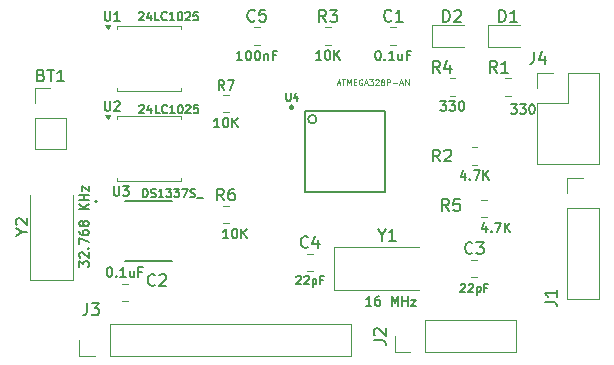
<source format=gto>
%TF.GenerationSoftware,KiCad,Pcbnew,8.0.5*%
%TF.CreationDate,2025-01-15T00:39:03+05:30*%
%TF.ProjectId,MCU_Datalogger,4d43555f-4461-4746-916c-6f676765722e,1*%
%TF.SameCoordinates,Original*%
%TF.FileFunction,Legend,Top*%
%TF.FilePolarity,Positive*%
%FSLAX46Y46*%
G04 Gerber Fmt 4.6, Leading zero omitted, Abs format (unit mm)*
G04 Created by KiCad (PCBNEW 8.0.5) date 2025-01-15 00:39:03*
%MOMM*%
%LPD*%
G01*
G04 APERTURE LIST*
%ADD10C,0.150000*%
%ADD11C,0.125000*%
%ADD12C,0.120000*%
%ADD13C,0.152400*%
%ADD14C,0.254000*%
%ADD15C,0.127000*%
%ADD16C,0.200000*%
G04 APERTURE END LIST*
D10*
X128119285Y-103011009D02*
X128262142Y-103058628D01*
X128262142Y-103058628D02*
X128309761Y-103106247D01*
X128309761Y-103106247D02*
X128357380Y-103201485D01*
X128357380Y-103201485D02*
X128357380Y-103344342D01*
X128357380Y-103344342D02*
X128309761Y-103439580D01*
X128309761Y-103439580D02*
X128262142Y-103487200D01*
X128262142Y-103487200D02*
X128166904Y-103534819D01*
X128166904Y-103534819D02*
X127785952Y-103534819D01*
X127785952Y-103534819D02*
X127785952Y-102534819D01*
X127785952Y-102534819D02*
X128119285Y-102534819D01*
X128119285Y-102534819D02*
X128214523Y-102582438D01*
X128214523Y-102582438D02*
X128262142Y-102630057D01*
X128262142Y-102630057D02*
X128309761Y-102725295D01*
X128309761Y-102725295D02*
X128309761Y-102820533D01*
X128309761Y-102820533D02*
X128262142Y-102915771D01*
X128262142Y-102915771D02*
X128214523Y-102963390D01*
X128214523Y-102963390D02*
X128119285Y-103011009D01*
X128119285Y-103011009D02*
X127785952Y-103011009D01*
X128643095Y-102534819D02*
X129214523Y-102534819D01*
X128928809Y-103534819D02*
X128928809Y-102534819D01*
X130071666Y-103534819D02*
X129500238Y-103534819D01*
X129785952Y-103534819D02*
X129785952Y-102534819D01*
X129785952Y-102534819D02*
X129690714Y-102677676D01*
X129690714Y-102677676D02*
X129595476Y-102772914D01*
X129595476Y-102772914D02*
X129500238Y-102820533D01*
X133502476Y-105226295D02*
X133502476Y-105873914D01*
X133502476Y-105873914D02*
X133540571Y-105950104D01*
X133540571Y-105950104D02*
X133578666Y-105988200D01*
X133578666Y-105988200D02*
X133654857Y-106026295D01*
X133654857Y-106026295D02*
X133807238Y-106026295D01*
X133807238Y-106026295D02*
X133883428Y-105988200D01*
X133883428Y-105988200D02*
X133921523Y-105950104D01*
X133921523Y-105950104D02*
X133959619Y-105873914D01*
X133959619Y-105873914D02*
X133959619Y-105226295D01*
X134302475Y-105302485D02*
X134340571Y-105264390D01*
X134340571Y-105264390D02*
X134416761Y-105226295D01*
X134416761Y-105226295D02*
X134607237Y-105226295D01*
X134607237Y-105226295D02*
X134683428Y-105264390D01*
X134683428Y-105264390D02*
X134721523Y-105302485D01*
X134721523Y-105302485D02*
X134759618Y-105378676D01*
X134759618Y-105378676D02*
X134759618Y-105454866D01*
X134759618Y-105454866D02*
X134721523Y-105569152D01*
X134721523Y-105569152D02*
X134264380Y-106026295D01*
X134264380Y-106026295D02*
X134759618Y-106026295D01*
X136437999Y-105600700D02*
X136471332Y-105567366D01*
X136471332Y-105567366D02*
X136537999Y-105534033D01*
X136537999Y-105534033D02*
X136704666Y-105534033D01*
X136704666Y-105534033D02*
X136771332Y-105567366D01*
X136771332Y-105567366D02*
X136804666Y-105600700D01*
X136804666Y-105600700D02*
X136837999Y-105667366D01*
X136837999Y-105667366D02*
X136837999Y-105734033D01*
X136837999Y-105734033D02*
X136804666Y-105834033D01*
X136804666Y-105834033D02*
X136404666Y-106234033D01*
X136404666Y-106234033D02*
X136837999Y-106234033D01*
X137437999Y-105767366D02*
X137437999Y-106234033D01*
X137271333Y-105500700D02*
X137104666Y-106000700D01*
X137104666Y-106000700D02*
X137537999Y-106000700D01*
X138138000Y-106234033D02*
X137804666Y-106234033D01*
X137804666Y-106234033D02*
X137804666Y-105534033D01*
X138771333Y-106167366D02*
X138738000Y-106200700D01*
X138738000Y-106200700D02*
X138638000Y-106234033D01*
X138638000Y-106234033D02*
X138571333Y-106234033D01*
X138571333Y-106234033D02*
X138471333Y-106200700D01*
X138471333Y-106200700D02*
X138404667Y-106134033D01*
X138404667Y-106134033D02*
X138371333Y-106067366D01*
X138371333Y-106067366D02*
X138338000Y-105934033D01*
X138338000Y-105934033D02*
X138338000Y-105834033D01*
X138338000Y-105834033D02*
X138371333Y-105700700D01*
X138371333Y-105700700D02*
X138404667Y-105634033D01*
X138404667Y-105634033D02*
X138471333Y-105567366D01*
X138471333Y-105567366D02*
X138571333Y-105534033D01*
X138571333Y-105534033D02*
X138638000Y-105534033D01*
X138638000Y-105534033D02*
X138738000Y-105567366D01*
X138738000Y-105567366D02*
X138771333Y-105600700D01*
X139438000Y-106234033D02*
X139038000Y-106234033D01*
X139238000Y-106234033D02*
X139238000Y-105534033D01*
X139238000Y-105534033D02*
X139171333Y-105634033D01*
X139171333Y-105634033D02*
X139104667Y-105700700D01*
X139104667Y-105700700D02*
X139038000Y-105734033D01*
X139871334Y-105534033D02*
X139938000Y-105534033D01*
X139938000Y-105534033D02*
X140004667Y-105567366D01*
X140004667Y-105567366D02*
X140038000Y-105600700D01*
X140038000Y-105600700D02*
X140071334Y-105667366D01*
X140071334Y-105667366D02*
X140104667Y-105800700D01*
X140104667Y-105800700D02*
X140104667Y-105967366D01*
X140104667Y-105967366D02*
X140071334Y-106100700D01*
X140071334Y-106100700D02*
X140038000Y-106167366D01*
X140038000Y-106167366D02*
X140004667Y-106200700D01*
X140004667Y-106200700D02*
X139938000Y-106234033D01*
X139938000Y-106234033D02*
X139871334Y-106234033D01*
X139871334Y-106234033D02*
X139804667Y-106200700D01*
X139804667Y-106200700D02*
X139771334Y-106167366D01*
X139771334Y-106167366D02*
X139738000Y-106100700D01*
X139738000Y-106100700D02*
X139704667Y-105967366D01*
X139704667Y-105967366D02*
X139704667Y-105800700D01*
X139704667Y-105800700D02*
X139738000Y-105667366D01*
X139738000Y-105667366D02*
X139771334Y-105600700D01*
X139771334Y-105600700D02*
X139804667Y-105567366D01*
X139804667Y-105567366D02*
X139871334Y-105534033D01*
X140371334Y-105600700D02*
X140404667Y-105567366D01*
X140404667Y-105567366D02*
X140471334Y-105534033D01*
X140471334Y-105534033D02*
X140638001Y-105534033D01*
X140638001Y-105534033D02*
X140704667Y-105567366D01*
X140704667Y-105567366D02*
X140738001Y-105600700D01*
X140738001Y-105600700D02*
X140771334Y-105667366D01*
X140771334Y-105667366D02*
X140771334Y-105734033D01*
X140771334Y-105734033D02*
X140738001Y-105834033D01*
X140738001Y-105834033D02*
X140338001Y-106234033D01*
X140338001Y-106234033D02*
X140771334Y-106234033D01*
X141404668Y-105534033D02*
X141071334Y-105534033D01*
X141071334Y-105534033D02*
X141038001Y-105867366D01*
X141038001Y-105867366D02*
X141071334Y-105834033D01*
X141071334Y-105834033D02*
X141138001Y-105800700D01*
X141138001Y-105800700D02*
X141304668Y-105800700D01*
X141304668Y-105800700D02*
X141371334Y-105834033D01*
X141371334Y-105834033D02*
X141404668Y-105867366D01*
X141404668Y-105867366D02*
X141438001Y-105934033D01*
X141438001Y-105934033D02*
X141438001Y-106100700D01*
X141438001Y-106100700D02*
X141404668Y-106167366D01*
X141404668Y-106167366D02*
X141371334Y-106200700D01*
X141371334Y-106200700D02*
X141304668Y-106234033D01*
X141304668Y-106234033D02*
X141138001Y-106234033D01*
X141138001Y-106234033D02*
X141071334Y-106200700D01*
X141071334Y-106200700D02*
X141038001Y-106167366D01*
X161885333Y-110309819D02*
X161552000Y-109833628D01*
X161313905Y-110309819D02*
X161313905Y-109309819D01*
X161313905Y-109309819D02*
X161694857Y-109309819D01*
X161694857Y-109309819D02*
X161790095Y-109357438D01*
X161790095Y-109357438D02*
X161837714Y-109405057D01*
X161837714Y-109405057D02*
X161885333Y-109500295D01*
X161885333Y-109500295D02*
X161885333Y-109643152D01*
X161885333Y-109643152D02*
X161837714Y-109738390D01*
X161837714Y-109738390D02*
X161790095Y-109786009D01*
X161790095Y-109786009D02*
X161694857Y-109833628D01*
X161694857Y-109833628D02*
X161313905Y-109833628D01*
X162266286Y-109405057D02*
X162313905Y-109357438D01*
X162313905Y-109357438D02*
X162409143Y-109309819D01*
X162409143Y-109309819D02*
X162647238Y-109309819D01*
X162647238Y-109309819D02*
X162742476Y-109357438D01*
X162742476Y-109357438D02*
X162790095Y-109405057D01*
X162790095Y-109405057D02*
X162837714Y-109500295D01*
X162837714Y-109500295D02*
X162837714Y-109595533D01*
X162837714Y-109595533D02*
X162790095Y-109738390D01*
X162790095Y-109738390D02*
X162218667Y-110309819D01*
X162218667Y-110309819D02*
X162837714Y-110309819D01*
X164003452Y-111333961D02*
X164003452Y-111867295D01*
X163812976Y-111029200D02*
X163622499Y-111600628D01*
X163622499Y-111600628D02*
X164117738Y-111600628D01*
X164422500Y-111791104D02*
X164460595Y-111829200D01*
X164460595Y-111829200D02*
X164422500Y-111867295D01*
X164422500Y-111867295D02*
X164384404Y-111829200D01*
X164384404Y-111829200D02*
X164422500Y-111791104D01*
X164422500Y-111791104D02*
X164422500Y-111867295D01*
X164727261Y-111067295D02*
X165260595Y-111067295D01*
X165260595Y-111067295D02*
X164917737Y-111867295D01*
X165565357Y-111867295D02*
X165565357Y-111067295D01*
X166022500Y-111867295D02*
X165679642Y-111410152D01*
X166022500Y-111067295D02*
X165565357Y-111524438D01*
X166901905Y-98499819D02*
X166901905Y-97499819D01*
X166901905Y-97499819D02*
X167140000Y-97499819D01*
X167140000Y-97499819D02*
X167282857Y-97547438D01*
X167282857Y-97547438D02*
X167378095Y-97642676D01*
X167378095Y-97642676D02*
X167425714Y-97737914D01*
X167425714Y-97737914D02*
X167473333Y-97928390D01*
X167473333Y-97928390D02*
X167473333Y-98071247D01*
X167473333Y-98071247D02*
X167425714Y-98261723D01*
X167425714Y-98261723D02*
X167378095Y-98356961D01*
X167378095Y-98356961D02*
X167282857Y-98452200D01*
X167282857Y-98452200D02*
X167140000Y-98499819D01*
X167140000Y-98499819D02*
X166901905Y-98499819D01*
X168425714Y-98499819D02*
X167854286Y-98499819D01*
X168140000Y-98499819D02*
X168140000Y-97499819D01*
X168140000Y-97499819D02*
X168044762Y-97642676D01*
X168044762Y-97642676D02*
X167949524Y-97737914D01*
X167949524Y-97737914D02*
X167854286Y-97785533D01*
X170752419Y-122202533D02*
X171466704Y-122202533D01*
X171466704Y-122202533D02*
X171609561Y-122250152D01*
X171609561Y-122250152D02*
X171704800Y-122345390D01*
X171704800Y-122345390D02*
X171752419Y-122488247D01*
X171752419Y-122488247D02*
X171752419Y-122583485D01*
X171752419Y-121202533D02*
X171752419Y-121773961D01*
X171752419Y-121488247D02*
X170752419Y-121488247D01*
X170752419Y-121488247D02*
X170895276Y-121583485D01*
X170895276Y-121583485D02*
X170990514Y-121678723D01*
X170990514Y-121678723D02*
X171038133Y-121773961D01*
X143630667Y-104248295D02*
X143364000Y-103867342D01*
X143173524Y-104248295D02*
X143173524Y-103448295D01*
X143173524Y-103448295D02*
X143478286Y-103448295D01*
X143478286Y-103448295D02*
X143554476Y-103486390D01*
X143554476Y-103486390D02*
X143592571Y-103524485D01*
X143592571Y-103524485D02*
X143630667Y-103600676D01*
X143630667Y-103600676D02*
X143630667Y-103714961D01*
X143630667Y-103714961D02*
X143592571Y-103791152D01*
X143592571Y-103791152D02*
X143554476Y-103829247D01*
X143554476Y-103829247D02*
X143478286Y-103867342D01*
X143478286Y-103867342D02*
X143173524Y-103867342D01*
X143897333Y-103448295D02*
X144430667Y-103448295D01*
X144430667Y-103448295D02*
X144087809Y-104248295D01*
X143211618Y-107422295D02*
X142754475Y-107422295D01*
X142983047Y-107422295D02*
X142983047Y-106622295D01*
X142983047Y-106622295D02*
X142906856Y-106736580D01*
X142906856Y-106736580D02*
X142830666Y-106812771D01*
X142830666Y-106812771D02*
X142754475Y-106850866D01*
X143706857Y-106622295D02*
X143783047Y-106622295D01*
X143783047Y-106622295D02*
X143859238Y-106660390D01*
X143859238Y-106660390D02*
X143897333Y-106698485D01*
X143897333Y-106698485D02*
X143935428Y-106774676D01*
X143935428Y-106774676D02*
X143973523Y-106927057D01*
X143973523Y-106927057D02*
X143973523Y-107117533D01*
X143973523Y-107117533D02*
X143935428Y-107269914D01*
X143935428Y-107269914D02*
X143897333Y-107346104D01*
X143897333Y-107346104D02*
X143859238Y-107384200D01*
X143859238Y-107384200D02*
X143783047Y-107422295D01*
X143783047Y-107422295D02*
X143706857Y-107422295D01*
X143706857Y-107422295D02*
X143630666Y-107384200D01*
X143630666Y-107384200D02*
X143592571Y-107346104D01*
X143592571Y-107346104D02*
X143554476Y-107269914D01*
X143554476Y-107269914D02*
X143516380Y-107117533D01*
X143516380Y-107117533D02*
X143516380Y-106927057D01*
X143516380Y-106927057D02*
X143554476Y-106774676D01*
X143554476Y-106774676D02*
X143592571Y-106698485D01*
X143592571Y-106698485D02*
X143630666Y-106660390D01*
X143630666Y-106660390D02*
X143706857Y-106622295D01*
X144316381Y-107422295D02*
X144316381Y-106622295D01*
X144773524Y-107422295D02*
X144430666Y-106965152D01*
X144773524Y-106622295D02*
X144316381Y-107079438D01*
X156943809Y-116558628D02*
X156943809Y-117034819D01*
X156610476Y-116034819D02*
X156943809Y-116558628D01*
X156943809Y-116558628D02*
X157277142Y-116034819D01*
X158134285Y-117034819D02*
X157562857Y-117034819D01*
X157848571Y-117034819D02*
X157848571Y-116034819D01*
X157848571Y-116034819D02*
X157753333Y-116177676D01*
X157753333Y-116177676D02*
X157658095Y-116272914D01*
X157658095Y-116272914D02*
X157562857Y-116320533D01*
X156076856Y-122542295D02*
X155619713Y-122542295D01*
X155848285Y-122542295D02*
X155848285Y-121742295D01*
X155848285Y-121742295D02*
X155772094Y-121856580D01*
X155772094Y-121856580D02*
X155695904Y-121932771D01*
X155695904Y-121932771D02*
X155619713Y-121970866D01*
X156762571Y-121742295D02*
X156610190Y-121742295D01*
X156610190Y-121742295D02*
X156533999Y-121780390D01*
X156533999Y-121780390D02*
X156495904Y-121818485D01*
X156495904Y-121818485D02*
X156419714Y-121932771D01*
X156419714Y-121932771D02*
X156381618Y-122085152D01*
X156381618Y-122085152D02*
X156381618Y-122389914D01*
X156381618Y-122389914D02*
X156419714Y-122466104D01*
X156419714Y-122466104D02*
X156457809Y-122504200D01*
X156457809Y-122504200D02*
X156533999Y-122542295D01*
X156533999Y-122542295D02*
X156686380Y-122542295D01*
X156686380Y-122542295D02*
X156762571Y-122504200D01*
X156762571Y-122504200D02*
X156800666Y-122466104D01*
X156800666Y-122466104D02*
X156838761Y-122389914D01*
X156838761Y-122389914D02*
X156838761Y-122199438D01*
X156838761Y-122199438D02*
X156800666Y-122123247D01*
X156800666Y-122123247D02*
X156762571Y-122085152D01*
X156762571Y-122085152D02*
X156686380Y-122047057D01*
X156686380Y-122047057D02*
X156533999Y-122047057D01*
X156533999Y-122047057D02*
X156457809Y-122085152D01*
X156457809Y-122085152D02*
X156419714Y-122123247D01*
X156419714Y-122123247D02*
X156381618Y-122199438D01*
X157791143Y-122542295D02*
X157791143Y-121742295D01*
X157791143Y-121742295D02*
X158057809Y-122313723D01*
X158057809Y-122313723D02*
X158324476Y-121742295D01*
X158324476Y-121742295D02*
X158324476Y-122542295D01*
X158705429Y-122542295D02*
X158705429Y-121742295D01*
X158705429Y-122123247D02*
X159162572Y-122123247D01*
X159162572Y-122542295D02*
X159162572Y-121742295D01*
X159467333Y-122008961D02*
X159886381Y-122008961D01*
X159886381Y-122008961D02*
X159467333Y-122542295D01*
X159467333Y-122542295D02*
X159886381Y-122542295D01*
X156274419Y-125453733D02*
X156988704Y-125453733D01*
X156988704Y-125453733D02*
X157131561Y-125501352D01*
X157131561Y-125501352D02*
X157226800Y-125596590D01*
X157226800Y-125596590D02*
X157274419Y-125739447D01*
X157274419Y-125739447D02*
X157274419Y-125834685D01*
X156369657Y-125025161D02*
X156322038Y-124977542D01*
X156322038Y-124977542D02*
X156274419Y-124882304D01*
X156274419Y-124882304D02*
X156274419Y-124644209D01*
X156274419Y-124644209D02*
X156322038Y-124548971D01*
X156322038Y-124548971D02*
X156369657Y-124501352D01*
X156369657Y-124501352D02*
X156464895Y-124453733D01*
X156464895Y-124453733D02*
X156560133Y-124453733D01*
X156560133Y-124453733D02*
X156702990Y-124501352D01*
X156702990Y-124501352D02*
X157274419Y-125072780D01*
X157274419Y-125072780D02*
X157274419Y-124453733D01*
X162154405Y-98499819D02*
X162154405Y-97499819D01*
X162154405Y-97499819D02*
X162392500Y-97499819D01*
X162392500Y-97499819D02*
X162535357Y-97547438D01*
X162535357Y-97547438D02*
X162630595Y-97642676D01*
X162630595Y-97642676D02*
X162678214Y-97737914D01*
X162678214Y-97737914D02*
X162725833Y-97928390D01*
X162725833Y-97928390D02*
X162725833Y-98071247D01*
X162725833Y-98071247D02*
X162678214Y-98261723D01*
X162678214Y-98261723D02*
X162630595Y-98356961D01*
X162630595Y-98356961D02*
X162535357Y-98452200D01*
X162535357Y-98452200D02*
X162392500Y-98499819D01*
X162392500Y-98499819D02*
X162154405Y-98499819D01*
X163106786Y-97595057D02*
X163154405Y-97547438D01*
X163154405Y-97547438D02*
X163249643Y-97499819D01*
X163249643Y-97499819D02*
X163487738Y-97499819D01*
X163487738Y-97499819D02*
X163582976Y-97547438D01*
X163582976Y-97547438D02*
X163630595Y-97595057D01*
X163630595Y-97595057D02*
X163678214Y-97690295D01*
X163678214Y-97690295D02*
X163678214Y-97785533D01*
X163678214Y-97785533D02*
X163630595Y-97928390D01*
X163630595Y-97928390D02*
X163059167Y-98499819D01*
X163059167Y-98499819D02*
X163678214Y-98499819D01*
X157760333Y-98374580D02*
X157712714Y-98422200D01*
X157712714Y-98422200D02*
X157569857Y-98469819D01*
X157569857Y-98469819D02*
X157474619Y-98469819D01*
X157474619Y-98469819D02*
X157331762Y-98422200D01*
X157331762Y-98422200D02*
X157236524Y-98326961D01*
X157236524Y-98326961D02*
X157188905Y-98231723D01*
X157188905Y-98231723D02*
X157141286Y-98041247D01*
X157141286Y-98041247D02*
X157141286Y-97898390D01*
X157141286Y-97898390D02*
X157188905Y-97707914D01*
X157188905Y-97707914D02*
X157236524Y-97612676D01*
X157236524Y-97612676D02*
X157331762Y-97517438D01*
X157331762Y-97517438D02*
X157474619Y-97469819D01*
X157474619Y-97469819D02*
X157569857Y-97469819D01*
X157569857Y-97469819D02*
X157712714Y-97517438D01*
X157712714Y-97517438D02*
X157760333Y-97565057D01*
X158712714Y-98469819D02*
X158141286Y-98469819D01*
X158427000Y-98469819D02*
X158427000Y-97469819D01*
X158427000Y-97469819D02*
X158331762Y-97612676D01*
X158331762Y-97612676D02*
X158236524Y-97707914D01*
X158236524Y-97707914D02*
X158141286Y-97755533D01*
X156612714Y-100937295D02*
X156688904Y-100937295D01*
X156688904Y-100937295D02*
X156765095Y-100975390D01*
X156765095Y-100975390D02*
X156803190Y-101013485D01*
X156803190Y-101013485D02*
X156841285Y-101089676D01*
X156841285Y-101089676D02*
X156879380Y-101242057D01*
X156879380Y-101242057D02*
X156879380Y-101432533D01*
X156879380Y-101432533D02*
X156841285Y-101584914D01*
X156841285Y-101584914D02*
X156803190Y-101661104D01*
X156803190Y-101661104D02*
X156765095Y-101699200D01*
X156765095Y-101699200D02*
X156688904Y-101737295D01*
X156688904Y-101737295D02*
X156612714Y-101737295D01*
X156612714Y-101737295D02*
X156536523Y-101699200D01*
X156536523Y-101699200D02*
X156498428Y-101661104D01*
X156498428Y-101661104D02*
X156460333Y-101584914D01*
X156460333Y-101584914D02*
X156422237Y-101432533D01*
X156422237Y-101432533D02*
X156422237Y-101242057D01*
X156422237Y-101242057D02*
X156460333Y-101089676D01*
X156460333Y-101089676D02*
X156498428Y-101013485D01*
X156498428Y-101013485D02*
X156536523Y-100975390D01*
X156536523Y-100975390D02*
X156612714Y-100937295D01*
X157222238Y-101661104D02*
X157260333Y-101699200D01*
X157260333Y-101699200D02*
X157222238Y-101737295D01*
X157222238Y-101737295D02*
X157184142Y-101699200D01*
X157184142Y-101699200D02*
X157222238Y-101661104D01*
X157222238Y-101661104D02*
X157222238Y-101737295D01*
X158022237Y-101737295D02*
X157565094Y-101737295D01*
X157793666Y-101737295D02*
X157793666Y-100937295D01*
X157793666Y-100937295D02*
X157717475Y-101051580D01*
X157717475Y-101051580D02*
X157641285Y-101127771D01*
X157641285Y-101127771D02*
X157565094Y-101165866D01*
X158707952Y-101203961D02*
X158707952Y-101737295D01*
X158365095Y-101203961D02*
X158365095Y-101623009D01*
X158365095Y-101623009D02*
X158403190Y-101699200D01*
X158403190Y-101699200D02*
X158479380Y-101737295D01*
X158479380Y-101737295D02*
X158593666Y-101737295D01*
X158593666Y-101737295D02*
X158669857Y-101699200D01*
X158669857Y-101699200D02*
X158707952Y-101661104D01*
X159355571Y-101318247D02*
X159088905Y-101318247D01*
X159088905Y-101737295D02*
X159088905Y-100937295D01*
X159088905Y-100937295D02*
X159469857Y-100937295D01*
X146203333Y-98374580D02*
X146155714Y-98422200D01*
X146155714Y-98422200D02*
X146012857Y-98469819D01*
X146012857Y-98469819D02*
X145917619Y-98469819D01*
X145917619Y-98469819D02*
X145774762Y-98422200D01*
X145774762Y-98422200D02*
X145679524Y-98326961D01*
X145679524Y-98326961D02*
X145631905Y-98231723D01*
X145631905Y-98231723D02*
X145584286Y-98041247D01*
X145584286Y-98041247D02*
X145584286Y-97898390D01*
X145584286Y-97898390D02*
X145631905Y-97707914D01*
X145631905Y-97707914D02*
X145679524Y-97612676D01*
X145679524Y-97612676D02*
X145774762Y-97517438D01*
X145774762Y-97517438D02*
X145917619Y-97469819D01*
X145917619Y-97469819D02*
X146012857Y-97469819D01*
X146012857Y-97469819D02*
X146155714Y-97517438D01*
X146155714Y-97517438D02*
X146203333Y-97565057D01*
X147108095Y-97469819D02*
X146631905Y-97469819D01*
X146631905Y-97469819D02*
X146584286Y-97946009D01*
X146584286Y-97946009D02*
X146631905Y-97898390D01*
X146631905Y-97898390D02*
X146727143Y-97850771D01*
X146727143Y-97850771D02*
X146965238Y-97850771D01*
X146965238Y-97850771D02*
X147060476Y-97898390D01*
X147060476Y-97898390D02*
X147108095Y-97946009D01*
X147108095Y-97946009D02*
X147155714Y-98041247D01*
X147155714Y-98041247D02*
X147155714Y-98279342D01*
X147155714Y-98279342D02*
X147108095Y-98374580D01*
X147108095Y-98374580D02*
X147060476Y-98422200D01*
X147060476Y-98422200D02*
X146965238Y-98469819D01*
X146965238Y-98469819D02*
X146727143Y-98469819D01*
X146727143Y-98469819D02*
X146631905Y-98422200D01*
X146631905Y-98422200D02*
X146584286Y-98374580D01*
X145131904Y-101737295D02*
X144674761Y-101737295D01*
X144903333Y-101737295D02*
X144903333Y-100937295D01*
X144903333Y-100937295D02*
X144827142Y-101051580D01*
X144827142Y-101051580D02*
X144750952Y-101127771D01*
X144750952Y-101127771D02*
X144674761Y-101165866D01*
X145627143Y-100937295D02*
X145703333Y-100937295D01*
X145703333Y-100937295D02*
X145779524Y-100975390D01*
X145779524Y-100975390D02*
X145817619Y-101013485D01*
X145817619Y-101013485D02*
X145855714Y-101089676D01*
X145855714Y-101089676D02*
X145893809Y-101242057D01*
X145893809Y-101242057D02*
X145893809Y-101432533D01*
X145893809Y-101432533D02*
X145855714Y-101584914D01*
X145855714Y-101584914D02*
X145817619Y-101661104D01*
X145817619Y-101661104D02*
X145779524Y-101699200D01*
X145779524Y-101699200D02*
X145703333Y-101737295D01*
X145703333Y-101737295D02*
X145627143Y-101737295D01*
X145627143Y-101737295D02*
X145550952Y-101699200D01*
X145550952Y-101699200D02*
X145512857Y-101661104D01*
X145512857Y-101661104D02*
X145474762Y-101584914D01*
X145474762Y-101584914D02*
X145436666Y-101432533D01*
X145436666Y-101432533D02*
X145436666Y-101242057D01*
X145436666Y-101242057D02*
X145474762Y-101089676D01*
X145474762Y-101089676D02*
X145512857Y-101013485D01*
X145512857Y-101013485D02*
X145550952Y-100975390D01*
X145550952Y-100975390D02*
X145627143Y-100937295D01*
X146389048Y-100937295D02*
X146465238Y-100937295D01*
X146465238Y-100937295D02*
X146541429Y-100975390D01*
X146541429Y-100975390D02*
X146579524Y-101013485D01*
X146579524Y-101013485D02*
X146617619Y-101089676D01*
X146617619Y-101089676D02*
X146655714Y-101242057D01*
X146655714Y-101242057D02*
X146655714Y-101432533D01*
X146655714Y-101432533D02*
X146617619Y-101584914D01*
X146617619Y-101584914D02*
X146579524Y-101661104D01*
X146579524Y-101661104D02*
X146541429Y-101699200D01*
X146541429Y-101699200D02*
X146465238Y-101737295D01*
X146465238Y-101737295D02*
X146389048Y-101737295D01*
X146389048Y-101737295D02*
X146312857Y-101699200D01*
X146312857Y-101699200D02*
X146274762Y-101661104D01*
X146274762Y-101661104D02*
X146236667Y-101584914D01*
X146236667Y-101584914D02*
X146198571Y-101432533D01*
X146198571Y-101432533D02*
X146198571Y-101242057D01*
X146198571Y-101242057D02*
X146236667Y-101089676D01*
X146236667Y-101089676D02*
X146274762Y-101013485D01*
X146274762Y-101013485D02*
X146312857Y-100975390D01*
X146312857Y-100975390D02*
X146389048Y-100937295D01*
X146998572Y-101203961D02*
X146998572Y-101737295D01*
X146998572Y-101280152D02*
X147036667Y-101242057D01*
X147036667Y-101242057D02*
X147112857Y-101203961D01*
X147112857Y-101203961D02*
X147227143Y-101203961D01*
X147227143Y-101203961D02*
X147303334Y-101242057D01*
X147303334Y-101242057D02*
X147341429Y-101318247D01*
X147341429Y-101318247D02*
X147341429Y-101737295D01*
X147989048Y-101318247D02*
X147722382Y-101318247D01*
X147722382Y-101737295D02*
X147722382Y-100937295D01*
X147722382Y-100937295D02*
X148103334Y-100937295D01*
X133502476Y-97606295D02*
X133502476Y-98253914D01*
X133502476Y-98253914D02*
X133540571Y-98330104D01*
X133540571Y-98330104D02*
X133578666Y-98368200D01*
X133578666Y-98368200D02*
X133654857Y-98406295D01*
X133654857Y-98406295D02*
X133807238Y-98406295D01*
X133807238Y-98406295D02*
X133883428Y-98368200D01*
X133883428Y-98368200D02*
X133921523Y-98330104D01*
X133921523Y-98330104D02*
X133959619Y-98253914D01*
X133959619Y-98253914D02*
X133959619Y-97606295D01*
X134759618Y-98406295D02*
X134302475Y-98406295D01*
X134531047Y-98406295D02*
X134531047Y-97606295D01*
X134531047Y-97606295D02*
X134454856Y-97720580D01*
X134454856Y-97720580D02*
X134378666Y-97796771D01*
X134378666Y-97796771D02*
X134302475Y-97834866D01*
X136401637Y-97737905D02*
X136434970Y-97704571D01*
X136434970Y-97704571D02*
X136501637Y-97671238D01*
X136501637Y-97671238D02*
X136668304Y-97671238D01*
X136668304Y-97671238D02*
X136734970Y-97704571D01*
X136734970Y-97704571D02*
X136768304Y-97737905D01*
X136768304Y-97737905D02*
X136801637Y-97804571D01*
X136801637Y-97804571D02*
X136801637Y-97871238D01*
X136801637Y-97871238D02*
X136768304Y-97971238D01*
X136768304Y-97971238D02*
X136368304Y-98371238D01*
X136368304Y-98371238D02*
X136801637Y-98371238D01*
X137401637Y-97904571D02*
X137401637Y-98371238D01*
X137234971Y-97637905D02*
X137068304Y-98137905D01*
X137068304Y-98137905D02*
X137501637Y-98137905D01*
X138101638Y-98371238D02*
X137768304Y-98371238D01*
X137768304Y-98371238D02*
X137768304Y-97671238D01*
X138734971Y-98304571D02*
X138701638Y-98337905D01*
X138701638Y-98337905D02*
X138601638Y-98371238D01*
X138601638Y-98371238D02*
X138534971Y-98371238D01*
X138534971Y-98371238D02*
X138434971Y-98337905D01*
X138434971Y-98337905D02*
X138368305Y-98271238D01*
X138368305Y-98271238D02*
X138334971Y-98204571D01*
X138334971Y-98204571D02*
X138301638Y-98071238D01*
X138301638Y-98071238D02*
X138301638Y-97971238D01*
X138301638Y-97971238D02*
X138334971Y-97837905D01*
X138334971Y-97837905D02*
X138368305Y-97771238D01*
X138368305Y-97771238D02*
X138434971Y-97704571D01*
X138434971Y-97704571D02*
X138534971Y-97671238D01*
X138534971Y-97671238D02*
X138601638Y-97671238D01*
X138601638Y-97671238D02*
X138701638Y-97704571D01*
X138701638Y-97704571D02*
X138734971Y-97737905D01*
X139401638Y-98371238D02*
X139001638Y-98371238D01*
X139201638Y-98371238D02*
X139201638Y-97671238D01*
X139201638Y-97671238D02*
X139134971Y-97771238D01*
X139134971Y-97771238D02*
X139068305Y-97837905D01*
X139068305Y-97837905D02*
X139001638Y-97871238D01*
X139834972Y-97671238D02*
X139901638Y-97671238D01*
X139901638Y-97671238D02*
X139968305Y-97704571D01*
X139968305Y-97704571D02*
X140001638Y-97737905D01*
X140001638Y-97737905D02*
X140034972Y-97804571D01*
X140034972Y-97804571D02*
X140068305Y-97937905D01*
X140068305Y-97937905D02*
X140068305Y-98104571D01*
X140068305Y-98104571D02*
X140034972Y-98237905D01*
X140034972Y-98237905D02*
X140001638Y-98304571D01*
X140001638Y-98304571D02*
X139968305Y-98337905D01*
X139968305Y-98337905D02*
X139901638Y-98371238D01*
X139901638Y-98371238D02*
X139834972Y-98371238D01*
X139834972Y-98371238D02*
X139768305Y-98337905D01*
X139768305Y-98337905D02*
X139734972Y-98304571D01*
X139734972Y-98304571D02*
X139701638Y-98237905D01*
X139701638Y-98237905D02*
X139668305Y-98104571D01*
X139668305Y-98104571D02*
X139668305Y-97937905D01*
X139668305Y-97937905D02*
X139701638Y-97804571D01*
X139701638Y-97804571D02*
X139734972Y-97737905D01*
X139734972Y-97737905D02*
X139768305Y-97704571D01*
X139768305Y-97704571D02*
X139834972Y-97671238D01*
X140334972Y-97737905D02*
X140368305Y-97704571D01*
X140368305Y-97704571D02*
X140434972Y-97671238D01*
X140434972Y-97671238D02*
X140601639Y-97671238D01*
X140601639Y-97671238D02*
X140668305Y-97704571D01*
X140668305Y-97704571D02*
X140701639Y-97737905D01*
X140701639Y-97737905D02*
X140734972Y-97804571D01*
X140734972Y-97804571D02*
X140734972Y-97871238D01*
X140734972Y-97871238D02*
X140701639Y-97971238D01*
X140701639Y-97971238D02*
X140301639Y-98371238D01*
X140301639Y-98371238D02*
X140734972Y-98371238D01*
X141368306Y-97671238D02*
X141034972Y-97671238D01*
X141034972Y-97671238D02*
X141001639Y-98004571D01*
X141001639Y-98004571D02*
X141034972Y-97971238D01*
X141034972Y-97971238D02*
X141101639Y-97937905D01*
X141101639Y-97937905D02*
X141268306Y-97937905D01*
X141268306Y-97937905D02*
X141334972Y-97971238D01*
X141334972Y-97971238D02*
X141368306Y-98004571D01*
X141368306Y-98004571D02*
X141401639Y-98071238D01*
X141401639Y-98071238D02*
X141401639Y-98237905D01*
X141401639Y-98237905D02*
X141368306Y-98304571D01*
X141368306Y-98304571D02*
X141334972Y-98337905D01*
X141334972Y-98337905D02*
X141268306Y-98371238D01*
X141268306Y-98371238D02*
X141101639Y-98371238D01*
X141101639Y-98371238D02*
X141034972Y-98337905D01*
X141034972Y-98337905D02*
X141001639Y-98304571D01*
X152233333Y-98499819D02*
X151900000Y-98023628D01*
X151661905Y-98499819D02*
X151661905Y-97499819D01*
X151661905Y-97499819D02*
X152042857Y-97499819D01*
X152042857Y-97499819D02*
X152138095Y-97547438D01*
X152138095Y-97547438D02*
X152185714Y-97595057D01*
X152185714Y-97595057D02*
X152233333Y-97690295D01*
X152233333Y-97690295D02*
X152233333Y-97833152D01*
X152233333Y-97833152D02*
X152185714Y-97928390D01*
X152185714Y-97928390D02*
X152138095Y-97976009D01*
X152138095Y-97976009D02*
X152042857Y-98023628D01*
X152042857Y-98023628D02*
X151661905Y-98023628D01*
X152566667Y-97499819D02*
X153185714Y-97499819D01*
X153185714Y-97499819D02*
X152852381Y-97880771D01*
X152852381Y-97880771D02*
X152995238Y-97880771D01*
X152995238Y-97880771D02*
X153090476Y-97928390D01*
X153090476Y-97928390D02*
X153138095Y-97976009D01*
X153138095Y-97976009D02*
X153185714Y-98071247D01*
X153185714Y-98071247D02*
X153185714Y-98309342D01*
X153185714Y-98309342D02*
X153138095Y-98404580D01*
X153138095Y-98404580D02*
X153090476Y-98452200D01*
X153090476Y-98452200D02*
X152995238Y-98499819D01*
X152995238Y-98499819D02*
X152709524Y-98499819D01*
X152709524Y-98499819D02*
X152614286Y-98452200D01*
X152614286Y-98452200D02*
X152566667Y-98404580D01*
X151847618Y-101707295D02*
X151390475Y-101707295D01*
X151619047Y-101707295D02*
X151619047Y-100907295D01*
X151619047Y-100907295D02*
X151542856Y-101021580D01*
X151542856Y-101021580D02*
X151466666Y-101097771D01*
X151466666Y-101097771D02*
X151390475Y-101135866D01*
X152342857Y-100907295D02*
X152419047Y-100907295D01*
X152419047Y-100907295D02*
X152495238Y-100945390D01*
X152495238Y-100945390D02*
X152533333Y-100983485D01*
X152533333Y-100983485D02*
X152571428Y-101059676D01*
X152571428Y-101059676D02*
X152609523Y-101212057D01*
X152609523Y-101212057D02*
X152609523Y-101402533D01*
X152609523Y-101402533D02*
X152571428Y-101554914D01*
X152571428Y-101554914D02*
X152533333Y-101631104D01*
X152533333Y-101631104D02*
X152495238Y-101669200D01*
X152495238Y-101669200D02*
X152419047Y-101707295D01*
X152419047Y-101707295D02*
X152342857Y-101707295D01*
X152342857Y-101707295D02*
X152266666Y-101669200D01*
X152266666Y-101669200D02*
X152228571Y-101631104D01*
X152228571Y-101631104D02*
X152190476Y-101554914D01*
X152190476Y-101554914D02*
X152152380Y-101402533D01*
X152152380Y-101402533D02*
X152152380Y-101212057D01*
X152152380Y-101212057D02*
X152190476Y-101059676D01*
X152190476Y-101059676D02*
X152228571Y-100983485D01*
X152228571Y-100983485D02*
X152266666Y-100945390D01*
X152266666Y-100945390D02*
X152342857Y-100907295D01*
X152952381Y-101707295D02*
X152952381Y-100907295D01*
X153409524Y-101707295D02*
X153066666Y-101250152D01*
X153409524Y-100907295D02*
X152952381Y-101364438D01*
X148863282Y-104549501D02*
X148863282Y-105068764D01*
X148863282Y-105068764D02*
X148893827Y-105129854D01*
X148893827Y-105129854D02*
X148924372Y-105160399D01*
X148924372Y-105160399D02*
X148985461Y-105190943D01*
X148985461Y-105190943D02*
X149107641Y-105190943D01*
X149107641Y-105190943D02*
X149168730Y-105160399D01*
X149168730Y-105160399D02*
X149199275Y-105129854D01*
X149199275Y-105129854D02*
X149229820Y-105068764D01*
X149229820Y-105068764D02*
X149229820Y-104549501D01*
X149810173Y-104763315D02*
X149810173Y-105190943D01*
X149657448Y-104518957D02*
X149504724Y-104977129D01*
X149504724Y-104977129D02*
X149901807Y-104977129D01*
D11*
X153174287Y-103713952D02*
X153412382Y-103713952D01*
X153126668Y-103856809D02*
X153293334Y-103356809D01*
X153293334Y-103356809D02*
X153460001Y-103856809D01*
X153555239Y-103356809D02*
X153840953Y-103356809D01*
X153698096Y-103856809D02*
X153698096Y-103356809D01*
X154007619Y-103856809D02*
X154007619Y-103356809D01*
X154007619Y-103356809D02*
X154174286Y-103713952D01*
X154174286Y-103713952D02*
X154340952Y-103356809D01*
X154340952Y-103356809D02*
X154340952Y-103856809D01*
X154579048Y-103594904D02*
X154745715Y-103594904D01*
X154817143Y-103856809D02*
X154579048Y-103856809D01*
X154579048Y-103856809D02*
X154579048Y-103356809D01*
X154579048Y-103356809D02*
X154817143Y-103356809D01*
X155293334Y-103380619D02*
X155245715Y-103356809D01*
X155245715Y-103356809D02*
X155174286Y-103356809D01*
X155174286Y-103356809D02*
X155102858Y-103380619D01*
X155102858Y-103380619D02*
X155055239Y-103428238D01*
X155055239Y-103428238D02*
X155031429Y-103475857D01*
X155031429Y-103475857D02*
X155007620Y-103571095D01*
X155007620Y-103571095D02*
X155007620Y-103642523D01*
X155007620Y-103642523D02*
X155031429Y-103737761D01*
X155031429Y-103737761D02*
X155055239Y-103785380D01*
X155055239Y-103785380D02*
X155102858Y-103833000D01*
X155102858Y-103833000D02*
X155174286Y-103856809D01*
X155174286Y-103856809D02*
X155221905Y-103856809D01*
X155221905Y-103856809D02*
X155293334Y-103833000D01*
X155293334Y-103833000D02*
X155317143Y-103809190D01*
X155317143Y-103809190D02*
X155317143Y-103642523D01*
X155317143Y-103642523D02*
X155221905Y-103642523D01*
X155507620Y-103713952D02*
X155745715Y-103713952D01*
X155460001Y-103856809D02*
X155626667Y-103356809D01*
X155626667Y-103356809D02*
X155793334Y-103856809D01*
X155912381Y-103356809D02*
X156221905Y-103356809D01*
X156221905Y-103356809D02*
X156055238Y-103547285D01*
X156055238Y-103547285D02*
X156126667Y-103547285D01*
X156126667Y-103547285D02*
X156174286Y-103571095D01*
X156174286Y-103571095D02*
X156198095Y-103594904D01*
X156198095Y-103594904D02*
X156221905Y-103642523D01*
X156221905Y-103642523D02*
X156221905Y-103761571D01*
X156221905Y-103761571D02*
X156198095Y-103809190D01*
X156198095Y-103809190D02*
X156174286Y-103833000D01*
X156174286Y-103833000D02*
X156126667Y-103856809D01*
X156126667Y-103856809D02*
X155983810Y-103856809D01*
X155983810Y-103856809D02*
X155936191Y-103833000D01*
X155936191Y-103833000D02*
X155912381Y-103809190D01*
X156412381Y-103404428D02*
X156436190Y-103380619D01*
X156436190Y-103380619D02*
X156483809Y-103356809D01*
X156483809Y-103356809D02*
X156602857Y-103356809D01*
X156602857Y-103356809D02*
X156650476Y-103380619D01*
X156650476Y-103380619D02*
X156674285Y-103404428D01*
X156674285Y-103404428D02*
X156698095Y-103452047D01*
X156698095Y-103452047D02*
X156698095Y-103499666D01*
X156698095Y-103499666D02*
X156674285Y-103571095D01*
X156674285Y-103571095D02*
X156388571Y-103856809D01*
X156388571Y-103856809D02*
X156698095Y-103856809D01*
X156983809Y-103571095D02*
X156936190Y-103547285D01*
X156936190Y-103547285D02*
X156912380Y-103523476D01*
X156912380Y-103523476D02*
X156888571Y-103475857D01*
X156888571Y-103475857D02*
X156888571Y-103452047D01*
X156888571Y-103452047D02*
X156912380Y-103404428D01*
X156912380Y-103404428D02*
X156936190Y-103380619D01*
X156936190Y-103380619D02*
X156983809Y-103356809D01*
X156983809Y-103356809D02*
X157079047Y-103356809D01*
X157079047Y-103356809D02*
X157126666Y-103380619D01*
X157126666Y-103380619D02*
X157150475Y-103404428D01*
X157150475Y-103404428D02*
X157174285Y-103452047D01*
X157174285Y-103452047D02*
X157174285Y-103475857D01*
X157174285Y-103475857D02*
X157150475Y-103523476D01*
X157150475Y-103523476D02*
X157126666Y-103547285D01*
X157126666Y-103547285D02*
X157079047Y-103571095D01*
X157079047Y-103571095D02*
X156983809Y-103571095D01*
X156983809Y-103571095D02*
X156936190Y-103594904D01*
X156936190Y-103594904D02*
X156912380Y-103618714D01*
X156912380Y-103618714D02*
X156888571Y-103666333D01*
X156888571Y-103666333D02*
X156888571Y-103761571D01*
X156888571Y-103761571D02*
X156912380Y-103809190D01*
X156912380Y-103809190D02*
X156936190Y-103833000D01*
X156936190Y-103833000D02*
X156983809Y-103856809D01*
X156983809Y-103856809D02*
X157079047Y-103856809D01*
X157079047Y-103856809D02*
X157126666Y-103833000D01*
X157126666Y-103833000D02*
X157150475Y-103809190D01*
X157150475Y-103809190D02*
X157174285Y-103761571D01*
X157174285Y-103761571D02*
X157174285Y-103666333D01*
X157174285Y-103666333D02*
X157150475Y-103618714D01*
X157150475Y-103618714D02*
X157126666Y-103594904D01*
X157126666Y-103594904D02*
X157079047Y-103571095D01*
X157388570Y-103856809D02*
X157388570Y-103356809D01*
X157388570Y-103356809D02*
X157579046Y-103356809D01*
X157579046Y-103356809D02*
X157626665Y-103380619D01*
X157626665Y-103380619D02*
X157650475Y-103404428D01*
X157650475Y-103404428D02*
X157674284Y-103452047D01*
X157674284Y-103452047D02*
X157674284Y-103523476D01*
X157674284Y-103523476D02*
X157650475Y-103571095D01*
X157650475Y-103571095D02*
X157626665Y-103594904D01*
X157626665Y-103594904D02*
X157579046Y-103618714D01*
X157579046Y-103618714D02*
X157388570Y-103618714D01*
X157888570Y-103666333D02*
X158269523Y-103666333D01*
X158483809Y-103713952D02*
X158721904Y-103713952D01*
X158436190Y-103856809D02*
X158602856Y-103356809D01*
X158602856Y-103356809D02*
X158769523Y-103856809D01*
X158936189Y-103856809D02*
X158936189Y-103356809D01*
X158936189Y-103356809D02*
X159221903Y-103856809D01*
X159221903Y-103856809D02*
X159221903Y-103356809D01*
D10*
X137755333Y-120755580D02*
X137707714Y-120803200D01*
X137707714Y-120803200D02*
X137564857Y-120850819D01*
X137564857Y-120850819D02*
X137469619Y-120850819D01*
X137469619Y-120850819D02*
X137326762Y-120803200D01*
X137326762Y-120803200D02*
X137231524Y-120707961D01*
X137231524Y-120707961D02*
X137183905Y-120612723D01*
X137183905Y-120612723D02*
X137136286Y-120422247D01*
X137136286Y-120422247D02*
X137136286Y-120279390D01*
X137136286Y-120279390D02*
X137183905Y-120088914D01*
X137183905Y-120088914D02*
X137231524Y-119993676D01*
X137231524Y-119993676D02*
X137326762Y-119898438D01*
X137326762Y-119898438D02*
X137469619Y-119850819D01*
X137469619Y-119850819D02*
X137564857Y-119850819D01*
X137564857Y-119850819D02*
X137707714Y-119898438D01*
X137707714Y-119898438D02*
X137755333Y-119946057D01*
X138136286Y-119946057D02*
X138183905Y-119898438D01*
X138183905Y-119898438D02*
X138279143Y-119850819D01*
X138279143Y-119850819D02*
X138517238Y-119850819D01*
X138517238Y-119850819D02*
X138612476Y-119898438D01*
X138612476Y-119898438D02*
X138660095Y-119946057D01*
X138660095Y-119946057D02*
X138707714Y-120041295D01*
X138707714Y-120041295D02*
X138707714Y-120136533D01*
X138707714Y-120136533D02*
X138660095Y-120279390D01*
X138660095Y-120279390D02*
X138088667Y-120850819D01*
X138088667Y-120850819D02*
X138707714Y-120850819D01*
X133879714Y-119294295D02*
X133955904Y-119294295D01*
X133955904Y-119294295D02*
X134032095Y-119332390D01*
X134032095Y-119332390D02*
X134070190Y-119370485D01*
X134070190Y-119370485D02*
X134108285Y-119446676D01*
X134108285Y-119446676D02*
X134146380Y-119599057D01*
X134146380Y-119599057D02*
X134146380Y-119789533D01*
X134146380Y-119789533D02*
X134108285Y-119941914D01*
X134108285Y-119941914D02*
X134070190Y-120018104D01*
X134070190Y-120018104D02*
X134032095Y-120056200D01*
X134032095Y-120056200D02*
X133955904Y-120094295D01*
X133955904Y-120094295D02*
X133879714Y-120094295D01*
X133879714Y-120094295D02*
X133803523Y-120056200D01*
X133803523Y-120056200D02*
X133765428Y-120018104D01*
X133765428Y-120018104D02*
X133727333Y-119941914D01*
X133727333Y-119941914D02*
X133689237Y-119789533D01*
X133689237Y-119789533D02*
X133689237Y-119599057D01*
X133689237Y-119599057D02*
X133727333Y-119446676D01*
X133727333Y-119446676D02*
X133765428Y-119370485D01*
X133765428Y-119370485D02*
X133803523Y-119332390D01*
X133803523Y-119332390D02*
X133879714Y-119294295D01*
X134489238Y-120018104D02*
X134527333Y-120056200D01*
X134527333Y-120056200D02*
X134489238Y-120094295D01*
X134489238Y-120094295D02*
X134451142Y-120056200D01*
X134451142Y-120056200D02*
X134489238Y-120018104D01*
X134489238Y-120018104D02*
X134489238Y-120094295D01*
X135289237Y-120094295D02*
X134832094Y-120094295D01*
X135060666Y-120094295D02*
X135060666Y-119294295D01*
X135060666Y-119294295D02*
X134984475Y-119408580D01*
X134984475Y-119408580D02*
X134908285Y-119484771D01*
X134908285Y-119484771D02*
X134832094Y-119522866D01*
X135974952Y-119560961D02*
X135974952Y-120094295D01*
X135632095Y-119560961D02*
X135632095Y-119980009D01*
X135632095Y-119980009D02*
X135670190Y-120056200D01*
X135670190Y-120056200D02*
X135746380Y-120094295D01*
X135746380Y-120094295D02*
X135860666Y-120094295D01*
X135860666Y-120094295D02*
X135936857Y-120056200D01*
X135936857Y-120056200D02*
X135974952Y-120018104D01*
X136622571Y-119675247D02*
X136355905Y-119675247D01*
X136355905Y-120094295D02*
X136355905Y-119294295D01*
X136355905Y-119294295D02*
X136736857Y-119294295D01*
X169846666Y-101054819D02*
X169846666Y-101769104D01*
X169846666Y-101769104D02*
X169799047Y-101911961D01*
X169799047Y-101911961D02*
X169703809Y-102007200D01*
X169703809Y-102007200D02*
X169560952Y-102054819D01*
X169560952Y-102054819D02*
X169465714Y-102054819D01*
X170751428Y-101388152D02*
X170751428Y-102054819D01*
X170513333Y-101007200D02*
X170275238Y-101721485D01*
X170275238Y-101721485D02*
X170894285Y-101721485D01*
X166711333Y-102817819D02*
X166378000Y-102341628D01*
X166139905Y-102817819D02*
X166139905Y-101817819D01*
X166139905Y-101817819D02*
X166520857Y-101817819D01*
X166520857Y-101817819D02*
X166616095Y-101865438D01*
X166616095Y-101865438D02*
X166663714Y-101913057D01*
X166663714Y-101913057D02*
X166711333Y-102008295D01*
X166711333Y-102008295D02*
X166711333Y-102151152D01*
X166711333Y-102151152D02*
X166663714Y-102246390D01*
X166663714Y-102246390D02*
X166616095Y-102294009D01*
X166616095Y-102294009D02*
X166520857Y-102341628D01*
X166520857Y-102341628D02*
X166139905Y-102341628D01*
X167663714Y-102817819D02*
X167092286Y-102817819D01*
X167378000Y-102817819D02*
X167378000Y-101817819D01*
X167378000Y-101817819D02*
X167282762Y-101960676D01*
X167282762Y-101960676D02*
X167187524Y-102055914D01*
X167187524Y-102055914D02*
X167092286Y-102103533D01*
X167881428Y-105480295D02*
X168376666Y-105480295D01*
X168376666Y-105480295D02*
X168110000Y-105785057D01*
X168110000Y-105785057D02*
X168224285Y-105785057D01*
X168224285Y-105785057D02*
X168300476Y-105823152D01*
X168300476Y-105823152D02*
X168338571Y-105861247D01*
X168338571Y-105861247D02*
X168376666Y-105937438D01*
X168376666Y-105937438D02*
X168376666Y-106127914D01*
X168376666Y-106127914D02*
X168338571Y-106204104D01*
X168338571Y-106204104D02*
X168300476Y-106242200D01*
X168300476Y-106242200D02*
X168224285Y-106280295D01*
X168224285Y-106280295D02*
X167995714Y-106280295D01*
X167995714Y-106280295D02*
X167919523Y-106242200D01*
X167919523Y-106242200D02*
X167881428Y-106204104D01*
X168643333Y-105480295D02*
X169138571Y-105480295D01*
X169138571Y-105480295D02*
X168871905Y-105785057D01*
X168871905Y-105785057D02*
X168986190Y-105785057D01*
X168986190Y-105785057D02*
X169062381Y-105823152D01*
X169062381Y-105823152D02*
X169100476Y-105861247D01*
X169100476Y-105861247D02*
X169138571Y-105937438D01*
X169138571Y-105937438D02*
X169138571Y-106127914D01*
X169138571Y-106127914D02*
X169100476Y-106204104D01*
X169100476Y-106204104D02*
X169062381Y-106242200D01*
X169062381Y-106242200D02*
X168986190Y-106280295D01*
X168986190Y-106280295D02*
X168757619Y-106280295D01*
X168757619Y-106280295D02*
X168681428Y-106242200D01*
X168681428Y-106242200D02*
X168643333Y-106204104D01*
X169633810Y-105480295D02*
X169710000Y-105480295D01*
X169710000Y-105480295D02*
X169786191Y-105518390D01*
X169786191Y-105518390D02*
X169824286Y-105556485D01*
X169824286Y-105556485D02*
X169862381Y-105632676D01*
X169862381Y-105632676D02*
X169900476Y-105785057D01*
X169900476Y-105785057D02*
X169900476Y-105975533D01*
X169900476Y-105975533D02*
X169862381Y-106127914D01*
X169862381Y-106127914D02*
X169824286Y-106204104D01*
X169824286Y-106204104D02*
X169786191Y-106242200D01*
X169786191Y-106242200D02*
X169710000Y-106280295D01*
X169710000Y-106280295D02*
X169633810Y-106280295D01*
X169633810Y-106280295D02*
X169557619Y-106242200D01*
X169557619Y-106242200D02*
X169519524Y-106204104D01*
X169519524Y-106204104D02*
X169481429Y-106127914D01*
X169481429Y-106127914D02*
X169443333Y-105975533D01*
X169443333Y-105975533D02*
X169443333Y-105785057D01*
X169443333Y-105785057D02*
X169481429Y-105632676D01*
X169481429Y-105632676D02*
X169519524Y-105556485D01*
X169519524Y-105556485D02*
X169557619Y-105518390D01*
X169557619Y-105518390D02*
X169633810Y-105480295D01*
X150709333Y-117551580D02*
X150661714Y-117599200D01*
X150661714Y-117599200D02*
X150518857Y-117646819D01*
X150518857Y-117646819D02*
X150423619Y-117646819D01*
X150423619Y-117646819D02*
X150280762Y-117599200D01*
X150280762Y-117599200D02*
X150185524Y-117503961D01*
X150185524Y-117503961D02*
X150137905Y-117408723D01*
X150137905Y-117408723D02*
X150090286Y-117218247D01*
X150090286Y-117218247D02*
X150090286Y-117075390D01*
X150090286Y-117075390D02*
X150137905Y-116884914D01*
X150137905Y-116884914D02*
X150185524Y-116789676D01*
X150185524Y-116789676D02*
X150280762Y-116694438D01*
X150280762Y-116694438D02*
X150423619Y-116646819D01*
X150423619Y-116646819D02*
X150518857Y-116646819D01*
X150518857Y-116646819D02*
X150661714Y-116694438D01*
X150661714Y-116694438D02*
X150709333Y-116742057D01*
X151566476Y-116980152D02*
X151566476Y-117646819D01*
X151328381Y-116599200D02*
X151090286Y-117313485D01*
X151090286Y-117313485D02*
X151709333Y-117313485D01*
X149726000Y-120078700D02*
X149759333Y-120045366D01*
X149759333Y-120045366D02*
X149826000Y-120012033D01*
X149826000Y-120012033D02*
X149992667Y-120012033D01*
X149992667Y-120012033D02*
X150059333Y-120045366D01*
X150059333Y-120045366D02*
X150092667Y-120078700D01*
X150092667Y-120078700D02*
X150126000Y-120145366D01*
X150126000Y-120145366D02*
X150126000Y-120212033D01*
X150126000Y-120212033D02*
X150092667Y-120312033D01*
X150092667Y-120312033D02*
X149692667Y-120712033D01*
X149692667Y-120712033D02*
X150126000Y-120712033D01*
X150392667Y-120078700D02*
X150426000Y-120045366D01*
X150426000Y-120045366D02*
X150492667Y-120012033D01*
X150492667Y-120012033D02*
X150659334Y-120012033D01*
X150659334Y-120012033D02*
X150726000Y-120045366D01*
X150726000Y-120045366D02*
X150759334Y-120078700D01*
X150759334Y-120078700D02*
X150792667Y-120145366D01*
X150792667Y-120145366D02*
X150792667Y-120212033D01*
X150792667Y-120212033D02*
X150759334Y-120312033D01*
X150759334Y-120312033D02*
X150359334Y-120712033D01*
X150359334Y-120712033D02*
X150792667Y-120712033D01*
X151092667Y-120245366D02*
X151092667Y-120945366D01*
X151092667Y-120278700D02*
X151159334Y-120245366D01*
X151159334Y-120245366D02*
X151292667Y-120245366D01*
X151292667Y-120245366D02*
X151359334Y-120278700D01*
X151359334Y-120278700D02*
X151392667Y-120312033D01*
X151392667Y-120312033D02*
X151426001Y-120378700D01*
X151426001Y-120378700D02*
X151426001Y-120578700D01*
X151426001Y-120578700D02*
X151392667Y-120645366D01*
X151392667Y-120645366D02*
X151359334Y-120678700D01*
X151359334Y-120678700D02*
X151292667Y-120712033D01*
X151292667Y-120712033D02*
X151159334Y-120712033D01*
X151159334Y-120712033D02*
X151092667Y-120678700D01*
X151959334Y-120345366D02*
X151726000Y-120345366D01*
X151726000Y-120712033D02*
X151726000Y-120012033D01*
X151726000Y-120012033D02*
X152059334Y-120012033D01*
X164618333Y-118059580D02*
X164570714Y-118107200D01*
X164570714Y-118107200D02*
X164427857Y-118154819D01*
X164427857Y-118154819D02*
X164332619Y-118154819D01*
X164332619Y-118154819D02*
X164189762Y-118107200D01*
X164189762Y-118107200D02*
X164094524Y-118011961D01*
X164094524Y-118011961D02*
X164046905Y-117916723D01*
X164046905Y-117916723D02*
X163999286Y-117726247D01*
X163999286Y-117726247D02*
X163999286Y-117583390D01*
X163999286Y-117583390D02*
X164046905Y-117392914D01*
X164046905Y-117392914D02*
X164094524Y-117297676D01*
X164094524Y-117297676D02*
X164189762Y-117202438D01*
X164189762Y-117202438D02*
X164332619Y-117154819D01*
X164332619Y-117154819D02*
X164427857Y-117154819D01*
X164427857Y-117154819D02*
X164570714Y-117202438D01*
X164570714Y-117202438D02*
X164618333Y-117250057D01*
X164951667Y-117154819D02*
X165570714Y-117154819D01*
X165570714Y-117154819D02*
X165237381Y-117535771D01*
X165237381Y-117535771D02*
X165380238Y-117535771D01*
X165380238Y-117535771D02*
X165475476Y-117583390D01*
X165475476Y-117583390D02*
X165523095Y-117631009D01*
X165523095Y-117631009D02*
X165570714Y-117726247D01*
X165570714Y-117726247D02*
X165570714Y-117964342D01*
X165570714Y-117964342D02*
X165523095Y-118059580D01*
X165523095Y-118059580D02*
X165475476Y-118107200D01*
X165475476Y-118107200D02*
X165380238Y-118154819D01*
X165380238Y-118154819D02*
X165094524Y-118154819D01*
X165094524Y-118154819D02*
X164999286Y-118107200D01*
X164999286Y-118107200D02*
X164951667Y-118059580D01*
X163635000Y-120742700D02*
X163668333Y-120709366D01*
X163668333Y-120709366D02*
X163735000Y-120676033D01*
X163735000Y-120676033D02*
X163901667Y-120676033D01*
X163901667Y-120676033D02*
X163968333Y-120709366D01*
X163968333Y-120709366D02*
X164001667Y-120742700D01*
X164001667Y-120742700D02*
X164035000Y-120809366D01*
X164035000Y-120809366D02*
X164035000Y-120876033D01*
X164035000Y-120876033D02*
X164001667Y-120976033D01*
X164001667Y-120976033D02*
X163601667Y-121376033D01*
X163601667Y-121376033D02*
X164035000Y-121376033D01*
X164301667Y-120742700D02*
X164335000Y-120709366D01*
X164335000Y-120709366D02*
X164401667Y-120676033D01*
X164401667Y-120676033D02*
X164568334Y-120676033D01*
X164568334Y-120676033D02*
X164635000Y-120709366D01*
X164635000Y-120709366D02*
X164668334Y-120742700D01*
X164668334Y-120742700D02*
X164701667Y-120809366D01*
X164701667Y-120809366D02*
X164701667Y-120876033D01*
X164701667Y-120876033D02*
X164668334Y-120976033D01*
X164668334Y-120976033D02*
X164268334Y-121376033D01*
X164268334Y-121376033D02*
X164701667Y-121376033D01*
X165001667Y-120909366D02*
X165001667Y-121609366D01*
X165001667Y-120942700D02*
X165068334Y-120909366D01*
X165068334Y-120909366D02*
X165201667Y-120909366D01*
X165201667Y-120909366D02*
X165268334Y-120942700D01*
X165268334Y-120942700D02*
X165301667Y-120976033D01*
X165301667Y-120976033D02*
X165335001Y-121042700D01*
X165335001Y-121042700D02*
X165335001Y-121242700D01*
X165335001Y-121242700D02*
X165301667Y-121309366D01*
X165301667Y-121309366D02*
X165268334Y-121342700D01*
X165268334Y-121342700D02*
X165201667Y-121376033D01*
X165201667Y-121376033D02*
X165068334Y-121376033D01*
X165068334Y-121376033D02*
X165001667Y-121342700D01*
X165868334Y-121009366D02*
X165635000Y-121009366D01*
X165635000Y-121376033D02*
X165635000Y-120676033D01*
X165635000Y-120676033D02*
X165968334Y-120676033D01*
X132000666Y-122340019D02*
X132000666Y-123054304D01*
X132000666Y-123054304D02*
X131953047Y-123197161D01*
X131953047Y-123197161D02*
X131857809Y-123292400D01*
X131857809Y-123292400D02*
X131714952Y-123340019D01*
X131714952Y-123340019D02*
X131619714Y-123340019D01*
X132381619Y-122340019D02*
X133000666Y-122340019D01*
X133000666Y-122340019D02*
X132667333Y-122720971D01*
X132667333Y-122720971D02*
X132810190Y-122720971D01*
X132810190Y-122720971D02*
X132905428Y-122768590D01*
X132905428Y-122768590D02*
X132953047Y-122816209D01*
X132953047Y-122816209D02*
X133000666Y-122911447D01*
X133000666Y-122911447D02*
X133000666Y-123149542D01*
X133000666Y-123149542D02*
X132953047Y-123244780D01*
X132953047Y-123244780D02*
X132905428Y-123292400D01*
X132905428Y-123292400D02*
X132810190Y-123340019D01*
X132810190Y-123340019D02*
X132524476Y-123340019D01*
X132524476Y-123340019D02*
X132429238Y-123292400D01*
X132429238Y-123292400D02*
X132381619Y-123244780D01*
X126470628Y-116300190D02*
X126946819Y-116300190D01*
X125946819Y-116633523D02*
X126470628Y-116300190D01*
X126470628Y-116300190D02*
X125946819Y-115966857D01*
X126042057Y-115681142D02*
X125994438Y-115633523D01*
X125994438Y-115633523D02*
X125946819Y-115538285D01*
X125946819Y-115538285D02*
X125946819Y-115300190D01*
X125946819Y-115300190D02*
X125994438Y-115204952D01*
X125994438Y-115204952D02*
X126042057Y-115157333D01*
X126042057Y-115157333D02*
X126137295Y-115109714D01*
X126137295Y-115109714D02*
X126232533Y-115109714D01*
X126232533Y-115109714D02*
X126375390Y-115157333D01*
X126375390Y-115157333D02*
X126946819Y-115728761D01*
X126946819Y-115728761D02*
X126946819Y-115109714D01*
X131343495Y-119252571D02*
X131343495Y-118757333D01*
X131343495Y-118757333D02*
X131648257Y-119023999D01*
X131648257Y-119023999D02*
X131648257Y-118909714D01*
X131648257Y-118909714D02*
X131686352Y-118833523D01*
X131686352Y-118833523D02*
X131724447Y-118795428D01*
X131724447Y-118795428D02*
X131800638Y-118757333D01*
X131800638Y-118757333D02*
X131991114Y-118757333D01*
X131991114Y-118757333D02*
X132067304Y-118795428D01*
X132067304Y-118795428D02*
X132105400Y-118833523D01*
X132105400Y-118833523D02*
X132143495Y-118909714D01*
X132143495Y-118909714D02*
X132143495Y-119138285D01*
X132143495Y-119138285D02*
X132105400Y-119214476D01*
X132105400Y-119214476D02*
X132067304Y-119252571D01*
X131419685Y-118452571D02*
X131381590Y-118414475D01*
X131381590Y-118414475D02*
X131343495Y-118338285D01*
X131343495Y-118338285D02*
X131343495Y-118147809D01*
X131343495Y-118147809D02*
X131381590Y-118071618D01*
X131381590Y-118071618D02*
X131419685Y-118033523D01*
X131419685Y-118033523D02*
X131495876Y-117995428D01*
X131495876Y-117995428D02*
X131572066Y-117995428D01*
X131572066Y-117995428D02*
X131686352Y-118033523D01*
X131686352Y-118033523D02*
X132143495Y-118490666D01*
X132143495Y-118490666D02*
X132143495Y-117995428D01*
X132067304Y-117652570D02*
X132105400Y-117614475D01*
X132105400Y-117614475D02*
X132143495Y-117652570D01*
X132143495Y-117652570D02*
X132105400Y-117690666D01*
X132105400Y-117690666D02*
X132067304Y-117652570D01*
X132067304Y-117652570D02*
X132143495Y-117652570D01*
X131343495Y-117347809D02*
X131343495Y-116814475D01*
X131343495Y-116814475D02*
X132143495Y-117157333D01*
X131343495Y-116166856D02*
X131343495Y-116319237D01*
X131343495Y-116319237D02*
X131381590Y-116395428D01*
X131381590Y-116395428D02*
X131419685Y-116433523D01*
X131419685Y-116433523D02*
X131533971Y-116509713D01*
X131533971Y-116509713D02*
X131686352Y-116547809D01*
X131686352Y-116547809D02*
X131991114Y-116547809D01*
X131991114Y-116547809D02*
X132067304Y-116509713D01*
X132067304Y-116509713D02*
X132105400Y-116471618D01*
X132105400Y-116471618D02*
X132143495Y-116395428D01*
X132143495Y-116395428D02*
X132143495Y-116243047D01*
X132143495Y-116243047D02*
X132105400Y-116166856D01*
X132105400Y-116166856D02*
X132067304Y-116128761D01*
X132067304Y-116128761D02*
X131991114Y-116090666D01*
X131991114Y-116090666D02*
X131800638Y-116090666D01*
X131800638Y-116090666D02*
X131724447Y-116128761D01*
X131724447Y-116128761D02*
X131686352Y-116166856D01*
X131686352Y-116166856D02*
X131648257Y-116243047D01*
X131648257Y-116243047D02*
X131648257Y-116395428D01*
X131648257Y-116395428D02*
X131686352Y-116471618D01*
X131686352Y-116471618D02*
X131724447Y-116509713D01*
X131724447Y-116509713D02*
X131800638Y-116547809D01*
X131686352Y-115633523D02*
X131648257Y-115709713D01*
X131648257Y-115709713D02*
X131610161Y-115747808D01*
X131610161Y-115747808D02*
X131533971Y-115785904D01*
X131533971Y-115785904D02*
X131495876Y-115785904D01*
X131495876Y-115785904D02*
X131419685Y-115747808D01*
X131419685Y-115747808D02*
X131381590Y-115709713D01*
X131381590Y-115709713D02*
X131343495Y-115633523D01*
X131343495Y-115633523D02*
X131343495Y-115481142D01*
X131343495Y-115481142D02*
X131381590Y-115404951D01*
X131381590Y-115404951D02*
X131419685Y-115366856D01*
X131419685Y-115366856D02*
X131495876Y-115328761D01*
X131495876Y-115328761D02*
X131533971Y-115328761D01*
X131533971Y-115328761D02*
X131610161Y-115366856D01*
X131610161Y-115366856D02*
X131648257Y-115404951D01*
X131648257Y-115404951D02*
X131686352Y-115481142D01*
X131686352Y-115481142D02*
X131686352Y-115633523D01*
X131686352Y-115633523D02*
X131724447Y-115709713D01*
X131724447Y-115709713D02*
X131762542Y-115747808D01*
X131762542Y-115747808D02*
X131838733Y-115785904D01*
X131838733Y-115785904D02*
X131991114Y-115785904D01*
X131991114Y-115785904D02*
X132067304Y-115747808D01*
X132067304Y-115747808D02*
X132105400Y-115709713D01*
X132105400Y-115709713D02*
X132143495Y-115633523D01*
X132143495Y-115633523D02*
X132143495Y-115481142D01*
X132143495Y-115481142D02*
X132105400Y-115404951D01*
X132105400Y-115404951D02*
X132067304Y-115366856D01*
X132067304Y-115366856D02*
X131991114Y-115328761D01*
X131991114Y-115328761D02*
X131838733Y-115328761D01*
X131838733Y-115328761D02*
X131762542Y-115366856D01*
X131762542Y-115366856D02*
X131724447Y-115404951D01*
X131724447Y-115404951D02*
X131686352Y-115481142D01*
X132143495Y-114376379D02*
X131343495Y-114376379D01*
X132143495Y-113919236D02*
X131686352Y-114262094D01*
X131343495Y-113919236D02*
X131800638Y-114376379D01*
X132143495Y-113576379D02*
X131343495Y-113576379D01*
X131724447Y-113576379D02*
X131724447Y-113119236D01*
X132143495Y-113119236D02*
X131343495Y-113119236D01*
X131610161Y-112814475D02*
X131610161Y-112395427D01*
X131610161Y-112395427D02*
X132143495Y-112814475D01*
X132143495Y-112814475D02*
X132143495Y-112395427D01*
X161885333Y-102817819D02*
X161552000Y-102341628D01*
X161313905Y-102817819D02*
X161313905Y-101817819D01*
X161313905Y-101817819D02*
X161694857Y-101817819D01*
X161694857Y-101817819D02*
X161790095Y-101865438D01*
X161790095Y-101865438D02*
X161837714Y-101913057D01*
X161837714Y-101913057D02*
X161885333Y-102008295D01*
X161885333Y-102008295D02*
X161885333Y-102151152D01*
X161885333Y-102151152D02*
X161837714Y-102246390D01*
X161837714Y-102246390D02*
X161790095Y-102294009D01*
X161790095Y-102294009D02*
X161694857Y-102341628D01*
X161694857Y-102341628D02*
X161313905Y-102341628D01*
X162742476Y-102151152D02*
X162742476Y-102817819D01*
X162504381Y-101770200D02*
X162266286Y-102484485D01*
X162266286Y-102484485D02*
X162885333Y-102484485D01*
X161912428Y-105225295D02*
X162407666Y-105225295D01*
X162407666Y-105225295D02*
X162141000Y-105530057D01*
X162141000Y-105530057D02*
X162255285Y-105530057D01*
X162255285Y-105530057D02*
X162331476Y-105568152D01*
X162331476Y-105568152D02*
X162369571Y-105606247D01*
X162369571Y-105606247D02*
X162407666Y-105682438D01*
X162407666Y-105682438D02*
X162407666Y-105872914D01*
X162407666Y-105872914D02*
X162369571Y-105949104D01*
X162369571Y-105949104D02*
X162331476Y-105987200D01*
X162331476Y-105987200D02*
X162255285Y-106025295D01*
X162255285Y-106025295D02*
X162026714Y-106025295D01*
X162026714Y-106025295D02*
X161950523Y-105987200D01*
X161950523Y-105987200D02*
X161912428Y-105949104D01*
X162674333Y-105225295D02*
X163169571Y-105225295D01*
X163169571Y-105225295D02*
X162902905Y-105530057D01*
X162902905Y-105530057D02*
X163017190Y-105530057D01*
X163017190Y-105530057D02*
X163093381Y-105568152D01*
X163093381Y-105568152D02*
X163131476Y-105606247D01*
X163131476Y-105606247D02*
X163169571Y-105682438D01*
X163169571Y-105682438D02*
X163169571Y-105872914D01*
X163169571Y-105872914D02*
X163131476Y-105949104D01*
X163131476Y-105949104D02*
X163093381Y-105987200D01*
X163093381Y-105987200D02*
X163017190Y-106025295D01*
X163017190Y-106025295D02*
X162788619Y-106025295D01*
X162788619Y-106025295D02*
X162712428Y-105987200D01*
X162712428Y-105987200D02*
X162674333Y-105949104D01*
X163664810Y-105225295D02*
X163741000Y-105225295D01*
X163741000Y-105225295D02*
X163817191Y-105263390D01*
X163817191Y-105263390D02*
X163855286Y-105301485D01*
X163855286Y-105301485D02*
X163893381Y-105377676D01*
X163893381Y-105377676D02*
X163931476Y-105530057D01*
X163931476Y-105530057D02*
X163931476Y-105720533D01*
X163931476Y-105720533D02*
X163893381Y-105872914D01*
X163893381Y-105872914D02*
X163855286Y-105949104D01*
X163855286Y-105949104D02*
X163817191Y-105987200D01*
X163817191Y-105987200D02*
X163741000Y-106025295D01*
X163741000Y-106025295D02*
X163664810Y-106025295D01*
X163664810Y-106025295D02*
X163588619Y-105987200D01*
X163588619Y-105987200D02*
X163550524Y-105949104D01*
X163550524Y-105949104D02*
X163512429Y-105872914D01*
X163512429Y-105872914D02*
X163474333Y-105720533D01*
X163474333Y-105720533D02*
X163474333Y-105530057D01*
X163474333Y-105530057D02*
X163512429Y-105377676D01*
X163512429Y-105377676D02*
X163550524Y-105301485D01*
X163550524Y-105301485D02*
X163588619Y-105263390D01*
X163588619Y-105263390D02*
X163664810Y-105225295D01*
X143597333Y-113612819D02*
X143264000Y-113136628D01*
X143025905Y-113612819D02*
X143025905Y-112612819D01*
X143025905Y-112612819D02*
X143406857Y-112612819D01*
X143406857Y-112612819D02*
X143502095Y-112660438D01*
X143502095Y-112660438D02*
X143549714Y-112708057D01*
X143549714Y-112708057D02*
X143597333Y-112803295D01*
X143597333Y-112803295D02*
X143597333Y-112946152D01*
X143597333Y-112946152D02*
X143549714Y-113041390D01*
X143549714Y-113041390D02*
X143502095Y-113089009D01*
X143502095Y-113089009D02*
X143406857Y-113136628D01*
X143406857Y-113136628D02*
X143025905Y-113136628D01*
X144454476Y-112612819D02*
X144264000Y-112612819D01*
X144264000Y-112612819D02*
X144168762Y-112660438D01*
X144168762Y-112660438D02*
X144121143Y-112708057D01*
X144121143Y-112708057D02*
X144025905Y-112850914D01*
X144025905Y-112850914D02*
X143978286Y-113041390D01*
X143978286Y-113041390D02*
X143978286Y-113422342D01*
X143978286Y-113422342D02*
X144025905Y-113517580D01*
X144025905Y-113517580D02*
X144073524Y-113565200D01*
X144073524Y-113565200D02*
X144168762Y-113612819D01*
X144168762Y-113612819D02*
X144359238Y-113612819D01*
X144359238Y-113612819D02*
X144454476Y-113565200D01*
X144454476Y-113565200D02*
X144502095Y-113517580D01*
X144502095Y-113517580D02*
X144549714Y-113422342D01*
X144549714Y-113422342D02*
X144549714Y-113184247D01*
X144549714Y-113184247D02*
X144502095Y-113089009D01*
X144502095Y-113089009D02*
X144454476Y-113041390D01*
X144454476Y-113041390D02*
X144359238Y-112993771D01*
X144359238Y-112993771D02*
X144168762Y-112993771D01*
X144168762Y-112993771D02*
X144073524Y-113041390D01*
X144073524Y-113041390D02*
X144025905Y-113089009D01*
X144025905Y-113089009D02*
X143978286Y-113184247D01*
X143973618Y-116820295D02*
X143516475Y-116820295D01*
X143745047Y-116820295D02*
X143745047Y-116020295D01*
X143745047Y-116020295D02*
X143668856Y-116134580D01*
X143668856Y-116134580D02*
X143592666Y-116210771D01*
X143592666Y-116210771D02*
X143516475Y-116248866D01*
X144468857Y-116020295D02*
X144545047Y-116020295D01*
X144545047Y-116020295D02*
X144621238Y-116058390D01*
X144621238Y-116058390D02*
X144659333Y-116096485D01*
X144659333Y-116096485D02*
X144697428Y-116172676D01*
X144697428Y-116172676D02*
X144735523Y-116325057D01*
X144735523Y-116325057D02*
X144735523Y-116515533D01*
X144735523Y-116515533D02*
X144697428Y-116667914D01*
X144697428Y-116667914D02*
X144659333Y-116744104D01*
X144659333Y-116744104D02*
X144621238Y-116782200D01*
X144621238Y-116782200D02*
X144545047Y-116820295D01*
X144545047Y-116820295D02*
X144468857Y-116820295D01*
X144468857Y-116820295D02*
X144392666Y-116782200D01*
X144392666Y-116782200D02*
X144354571Y-116744104D01*
X144354571Y-116744104D02*
X144316476Y-116667914D01*
X144316476Y-116667914D02*
X144278380Y-116515533D01*
X144278380Y-116515533D02*
X144278380Y-116325057D01*
X144278380Y-116325057D02*
X144316476Y-116172676D01*
X144316476Y-116172676D02*
X144354571Y-116096485D01*
X144354571Y-116096485D02*
X144392666Y-116058390D01*
X144392666Y-116058390D02*
X144468857Y-116020295D01*
X145078381Y-116820295D02*
X145078381Y-116020295D01*
X145535524Y-116820295D02*
X145192666Y-116363152D01*
X145535524Y-116020295D02*
X145078381Y-116477438D01*
X162647333Y-114500819D02*
X162314000Y-114024628D01*
X162075905Y-114500819D02*
X162075905Y-113500819D01*
X162075905Y-113500819D02*
X162456857Y-113500819D01*
X162456857Y-113500819D02*
X162552095Y-113548438D01*
X162552095Y-113548438D02*
X162599714Y-113596057D01*
X162599714Y-113596057D02*
X162647333Y-113691295D01*
X162647333Y-113691295D02*
X162647333Y-113834152D01*
X162647333Y-113834152D02*
X162599714Y-113929390D01*
X162599714Y-113929390D02*
X162552095Y-113977009D01*
X162552095Y-113977009D02*
X162456857Y-114024628D01*
X162456857Y-114024628D02*
X162075905Y-114024628D01*
X163552095Y-113500819D02*
X163075905Y-113500819D01*
X163075905Y-113500819D02*
X163028286Y-113977009D01*
X163028286Y-113977009D02*
X163075905Y-113929390D01*
X163075905Y-113929390D02*
X163171143Y-113881771D01*
X163171143Y-113881771D02*
X163409238Y-113881771D01*
X163409238Y-113881771D02*
X163504476Y-113929390D01*
X163504476Y-113929390D02*
X163552095Y-113977009D01*
X163552095Y-113977009D02*
X163599714Y-114072247D01*
X163599714Y-114072247D02*
X163599714Y-114310342D01*
X163599714Y-114310342D02*
X163552095Y-114405580D01*
X163552095Y-114405580D02*
X163504476Y-114453200D01*
X163504476Y-114453200D02*
X163409238Y-114500819D01*
X163409238Y-114500819D02*
X163171143Y-114500819D01*
X163171143Y-114500819D02*
X163075905Y-114453200D01*
X163075905Y-114453200D02*
X163028286Y-114405580D01*
X165804952Y-115778961D02*
X165804952Y-116312295D01*
X165614476Y-115474200D02*
X165423999Y-116045628D01*
X165423999Y-116045628D02*
X165919238Y-116045628D01*
X166224000Y-116236104D02*
X166262095Y-116274200D01*
X166262095Y-116274200D02*
X166224000Y-116312295D01*
X166224000Y-116312295D02*
X166185904Y-116274200D01*
X166185904Y-116274200D02*
X166224000Y-116236104D01*
X166224000Y-116236104D02*
X166224000Y-116312295D01*
X166528761Y-115512295D02*
X167062095Y-115512295D01*
X167062095Y-115512295D02*
X166719237Y-116312295D01*
X167366857Y-116312295D02*
X167366857Y-115512295D01*
X167824000Y-116312295D02*
X167481142Y-115855152D01*
X167824000Y-115512295D02*
X167366857Y-115969438D01*
X134264476Y-112435295D02*
X134264476Y-113082914D01*
X134264476Y-113082914D02*
X134302571Y-113159104D01*
X134302571Y-113159104D02*
X134340666Y-113197200D01*
X134340666Y-113197200D02*
X134416857Y-113235295D01*
X134416857Y-113235295D02*
X134569238Y-113235295D01*
X134569238Y-113235295D02*
X134645428Y-113197200D01*
X134645428Y-113197200D02*
X134683523Y-113159104D01*
X134683523Y-113159104D02*
X134721619Y-113082914D01*
X134721619Y-113082914D02*
X134721619Y-112435295D01*
X135026380Y-112435295D02*
X135521618Y-112435295D01*
X135521618Y-112435295D02*
X135254952Y-112740057D01*
X135254952Y-112740057D02*
X135369237Y-112740057D01*
X135369237Y-112740057D02*
X135445428Y-112778152D01*
X135445428Y-112778152D02*
X135483523Y-112816247D01*
X135483523Y-112816247D02*
X135521618Y-112892438D01*
X135521618Y-112892438D02*
X135521618Y-113082914D01*
X135521618Y-113082914D02*
X135483523Y-113159104D01*
X135483523Y-113159104D02*
X135445428Y-113197200D01*
X135445428Y-113197200D02*
X135369237Y-113235295D01*
X135369237Y-113235295D02*
X135140666Y-113235295D01*
X135140666Y-113235295D02*
X135064475Y-113197200D01*
X135064475Y-113197200D02*
X135026380Y-113159104D01*
X136741999Y-113346033D02*
X136741999Y-112646033D01*
X136741999Y-112646033D02*
X136908666Y-112646033D01*
X136908666Y-112646033D02*
X137008666Y-112679366D01*
X137008666Y-112679366D02*
X137075333Y-112746033D01*
X137075333Y-112746033D02*
X137108666Y-112812700D01*
X137108666Y-112812700D02*
X137141999Y-112946033D01*
X137141999Y-112946033D02*
X137141999Y-113046033D01*
X137141999Y-113046033D02*
X137108666Y-113179366D01*
X137108666Y-113179366D02*
X137075333Y-113246033D01*
X137075333Y-113246033D02*
X137008666Y-113312700D01*
X137008666Y-113312700D02*
X136908666Y-113346033D01*
X136908666Y-113346033D02*
X136741999Y-113346033D01*
X137408666Y-113312700D02*
X137508666Y-113346033D01*
X137508666Y-113346033D02*
X137675333Y-113346033D01*
X137675333Y-113346033D02*
X137741999Y-113312700D01*
X137741999Y-113312700D02*
X137775333Y-113279366D01*
X137775333Y-113279366D02*
X137808666Y-113212700D01*
X137808666Y-113212700D02*
X137808666Y-113146033D01*
X137808666Y-113146033D02*
X137775333Y-113079366D01*
X137775333Y-113079366D02*
X137741999Y-113046033D01*
X137741999Y-113046033D02*
X137675333Y-113012700D01*
X137675333Y-113012700D02*
X137541999Y-112979366D01*
X137541999Y-112979366D02*
X137475333Y-112946033D01*
X137475333Y-112946033D02*
X137441999Y-112912700D01*
X137441999Y-112912700D02*
X137408666Y-112846033D01*
X137408666Y-112846033D02*
X137408666Y-112779366D01*
X137408666Y-112779366D02*
X137441999Y-112712700D01*
X137441999Y-112712700D02*
X137475333Y-112679366D01*
X137475333Y-112679366D02*
X137541999Y-112646033D01*
X137541999Y-112646033D02*
X137708666Y-112646033D01*
X137708666Y-112646033D02*
X137808666Y-112679366D01*
X138475333Y-113346033D02*
X138075333Y-113346033D01*
X138275333Y-113346033D02*
X138275333Y-112646033D01*
X138275333Y-112646033D02*
X138208666Y-112746033D01*
X138208666Y-112746033D02*
X138142000Y-112812700D01*
X138142000Y-112812700D02*
X138075333Y-112846033D01*
X138708667Y-112646033D02*
X139142000Y-112646033D01*
X139142000Y-112646033D02*
X138908667Y-112912700D01*
X138908667Y-112912700D02*
X139008667Y-112912700D01*
X139008667Y-112912700D02*
X139075333Y-112946033D01*
X139075333Y-112946033D02*
X139108667Y-112979366D01*
X139108667Y-112979366D02*
X139142000Y-113046033D01*
X139142000Y-113046033D02*
X139142000Y-113212700D01*
X139142000Y-113212700D02*
X139108667Y-113279366D01*
X139108667Y-113279366D02*
X139075333Y-113312700D01*
X139075333Y-113312700D02*
X139008667Y-113346033D01*
X139008667Y-113346033D02*
X138808667Y-113346033D01*
X138808667Y-113346033D02*
X138742000Y-113312700D01*
X138742000Y-113312700D02*
X138708667Y-113279366D01*
X139375334Y-112646033D02*
X139808667Y-112646033D01*
X139808667Y-112646033D02*
X139575334Y-112912700D01*
X139575334Y-112912700D02*
X139675334Y-112912700D01*
X139675334Y-112912700D02*
X139742000Y-112946033D01*
X139742000Y-112946033D02*
X139775334Y-112979366D01*
X139775334Y-112979366D02*
X139808667Y-113046033D01*
X139808667Y-113046033D02*
X139808667Y-113212700D01*
X139808667Y-113212700D02*
X139775334Y-113279366D01*
X139775334Y-113279366D02*
X139742000Y-113312700D01*
X139742000Y-113312700D02*
X139675334Y-113346033D01*
X139675334Y-113346033D02*
X139475334Y-113346033D01*
X139475334Y-113346033D02*
X139408667Y-113312700D01*
X139408667Y-113312700D02*
X139375334Y-113279366D01*
X140042001Y-112646033D02*
X140508667Y-112646033D01*
X140508667Y-112646033D02*
X140208667Y-113346033D01*
X140742001Y-113312700D02*
X140842001Y-113346033D01*
X140842001Y-113346033D02*
X141008668Y-113346033D01*
X141008668Y-113346033D02*
X141075334Y-113312700D01*
X141075334Y-113312700D02*
X141108668Y-113279366D01*
X141108668Y-113279366D02*
X141142001Y-113212700D01*
X141142001Y-113212700D02*
X141142001Y-113146033D01*
X141142001Y-113146033D02*
X141108668Y-113079366D01*
X141108668Y-113079366D02*
X141075334Y-113046033D01*
X141075334Y-113046033D02*
X141008668Y-113012700D01*
X141008668Y-113012700D02*
X140875334Y-112979366D01*
X140875334Y-112979366D02*
X140808668Y-112946033D01*
X140808668Y-112946033D02*
X140775334Y-112912700D01*
X140775334Y-112912700D02*
X140742001Y-112846033D01*
X140742001Y-112846033D02*
X140742001Y-112779366D01*
X140742001Y-112779366D02*
X140775334Y-112712700D01*
X140775334Y-112712700D02*
X140808668Y-112679366D01*
X140808668Y-112679366D02*
X140875334Y-112646033D01*
X140875334Y-112646033D02*
X141042001Y-112646033D01*
X141042001Y-112646033D02*
X141142001Y-112679366D01*
X141275335Y-113412700D02*
X141808668Y-113412700D01*
D12*
%TO.C,BT1*%
X127575000Y-104080000D02*
X128905000Y-104080000D01*
X127575000Y-105410000D02*
X127575000Y-104080000D01*
X127575000Y-106680000D02*
X127575000Y-109280000D01*
X127575000Y-106680000D02*
X130235000Y-106680000D01*
X127575000Y-109280000D02*
X130235000Y-109280000D01*
X130235000Y-106680000D02*
X130235000Y-109280000D01*
%TO.C,U2*%
X134530000Y-106495000D02*
X134530000Y-106755000D01*
X134530000Y-111945000D02*
X134530000Y-111685000D01*
X137255000Y-106495000D02*
X134530000Y-106495000D01*
X137255000Y-106495000D02*
X139980000Y-106495000D01*
X137255000Y-111945000D02*
X134530000Y-111945000D01*
X137255000Y-111945000D02*
X139980000Y-111945000D01*
X139980000Y-106495000D02*
X139980000Y-106755000D01*
X139980000Y-111945000D02*
X139980000Y-111685000D01*
X133747500Y-106755000D02*
X133507500Y-106425000D01*
X133987500Y-106425000D01*
X133747500Y-106755000D01*
G36*
X133747500Y-106755000D02*
G01*
X133507500Y-106425000D01*
X133987500Y-106425000D01*
X133747500Y-106755000D01*
G37*
%TO.C,R2*%
X164595436Y-109120000D02*
X165049564Y-109120000D01*
X164595436Y-110590000D02*
X165049564Y-110590000D01*
%TO.C,D1*%
X165955000Y-98735000D02*
X165955000Y-100655000D01*
X165955000Y-100655000D02*
X168640000Y-100655000D01*
X168640000Y-98735000D02*
X165955000Y-98735000D01*
%TO.C,J1*%
X172660000Y-111700000D02*
X173990000Y-111700000D01*
X172660000Y-113030000D02*
X172660000Y-111700000D01*
X172660000Y-114300000D02*
X172660000Y-121980000D01*
X172660000Y-114300000D02*
X175320000Y-114300000D01*
X172660000Y-121980000D02*
X175320000Y-121980000D01*
X175320000Y-114300000D02*
X175320000Y-121980000D01*
%TO.C,R7*%
X143536936Y-104675000D02*
X143991064Y-104675000D01*
X143536936Y-106145000D02*
X143991064Y-106145000D01*
%TO.C,Y1*%
X152870000Y-117580000D02*
X152870000Y-121180000D01*
X152870000Y-121180000D02*
X160120000Y-121180000D01*
X160120000Y-117580000D02*
X152870000Y-117580000D01*
%TO.C,J2*%
X158055000Y-126425000D02*
X158055000Y-125095000D01*
X159385000Y-126425000D02*
X158055000Y-126425000D01*
X160655000Y-123765000D02*
X168335000Y-123765000D01*
X160655000Y-126425000D02*
X160655000Y-123765000D01*
X160655000Y-126425000D02*
X168335000Y-126425000D01*
X168335000Y-126425000D02*
X168335000Y-123765000D01*
%TO.C,D2*%
X161207500Y-98735000D02*
X161207500Y-100655000D01*
X161207500Y-100655000D02*
X163892500Y-100655000D01*
X163892500Y-98735000D02*
X161207500Y-98735000D01*
%TO.C,C1*%
X157665748Y-98960000D02*
X158188252Y-98960000D01*
X157665748Y-100430000D02*
X158188252Y-100430000D01*
%TO.C,C5*%
X146108748Y-98960000D02*
X146631252Y-98960000D01*
X146108748Y-100430000D02*
X146631252Y-100430000D01*
%TO.C,U1*%
X134530000Y-98875000D02*
X134530000Y-99135000D01*
X134530000Y-104325000D02*
X134530000Y-104065000D01*
X137255000Y-98875000D02*
X134530000Y-98875000D01*
X137255000Y-98875000D02*
X139980000Y-98875000D01*
X137255000Y-104325000D02*
X134530000Y-104325000D01*
X137255000Y-104325000D02*
X139980000Y-104325000D01*
X139980000Y-98875000D02*
X139980000Y-99135000D01*
X139980000Y-104325000D02*
X139980000Y-104065000D01*
X133747500Y-99135000D02*
X133507500Y-98805000D01*
X133987500Y-98805000D01*
X133747500Y-99135000D01*
G36*
X133747500Y-99135000D02*
G01*
X133507500Y-98805000D01*
X133987500Y-98805000D01*
X133747500Y-99135000D01*
G37*
%TO.C,R3*%
X152172936Y-98960000D02*
X152627064Y-98960000D01*
X152172936Y-100430000D02*
X152627064Y-100430000D01*
D13*
%TO.C,U4*%
X150415000Y-106080000D02*
X157215000Y-106080000D01*
X150415000Y-112880000D02*
X150415000Y-106080000D01*
X157215000Y-106080000D02*
X157215000Y-112880000D01*
X157215000Y-112880000D02*
X150415000Y-112880000D01*
D14*
X149442000Y-105730000D02*
G75*
G02*
X149188000Y-105730000I-127000J0D01*
G01*
X149188000Y-105730000D02*
G75*
G02*
X149442000Y-105730000I127000J0D01*
G01*
D13*
X151431000Y-106736800D02*
G75*
G02*
X150712600Y-106736800I-359200J0D01*
G01*
X150712600Y-106736800D02*
G75*
G02*
X151431000Y-106736800I359200J0D01*
G01*
D12*
%TO.C,C2*%
X135455252Y-120677000D02*
X134932748Y-120677000D01*
X135455252Y-122147000D02*
X134932748Y-122147000D01*
%TO.C,J4*%
X170120000Y-102810000D02*
X171450000Y-102810000D01*
X170120000Y-104140000D02*
X170120000Y-102810000D01*
X170120000Y-105410000D02*
X170120000Y-110550000D01*
X170120000Y-105410000D02*
X172720000Y-105410000D01*
X170120000Y-110550000D02*
X175320000Y-110550000D01*
X172720000Y-102810000D02*
X175320000Y-102810000D01*
X172720000Y-105410000D02*
X172720000Y-102810000D01*
X175320000Y-102810000D02*
X175320000Y-110550000D01*
%TO.C,R1*%
X167412936Y-103278000D02*
X167867064Y-103278000D01*
X167412936Y-104748000D02*
X167867064Y-104748000D01*
%TO.C,C4*%
X150614748Y-118137000D02*
X151137252Y-118137000D01*
X150614748Y-119607000D02*
X151137252Y-119607000D01*
%TO.C,C3*%
X164523748Y-118645000D02*
X165046252Y-118645000D01*
X164523748Y-120115000D02*
X165046252Y-120115000D01*
%TO.C,J3*%
X131359600Y-126755200D02*
X131359600Y-125425200D01*
X132689600Y-126755200D02*
X131359600Y-126755200D01*
X133959600Y-124095200D02*
X154339600Y-124095200D01*
X133959600Y-126755200D02*
X133959600Y-124095200D01*
X133959600Y-126755200D02*
X154339600Y-126755200D01*
X154339600Y-126755200D02*
X154339600Y-124095200D01*
%TO.C,Y2*%
X127181200Y-113124000D02*
X127181200Y-120374000D01*
X127181200Y-120374000D02*
X130781200Y-120374000D01*
X130781200Y-120374000D02*
X130781200Y-113124000D01*
%TO.C,R4*%
X162713936Y-103278000D02*
X163168064Y-103278000D01*
X162713936Y-104748000D02*
X163168064Y-104748000D01*
%TO.C,R6*%
X143536936Y-114073000D02*
X143991064Y-114073000D01*
X143536936Y-115543000D02*
X143991064Y-115543000D01*
%TO.C,R5*%
X165380936Y-113565000D02*
X165835064Y-113565000D01*
X165380936Y-115035000D02*
X165835064Y-115035000D01*
D15*
%TO.C,U3*%
X135225000Y-113685000D02*
X139225000Y-113685000D01*
X135225000Y-118725000D02*
X139225000Y-118725000D01*
D16*
X132880000Y-113710000D02*
G75*
G02*
X132680000Y-113710000I-100000J0D01*
G01*
X132680000Y-113710000D02*
G75*
G02*
X132880000Y-113710000I100000J0D01*
G01*
%TD*%
M02*

</source>
